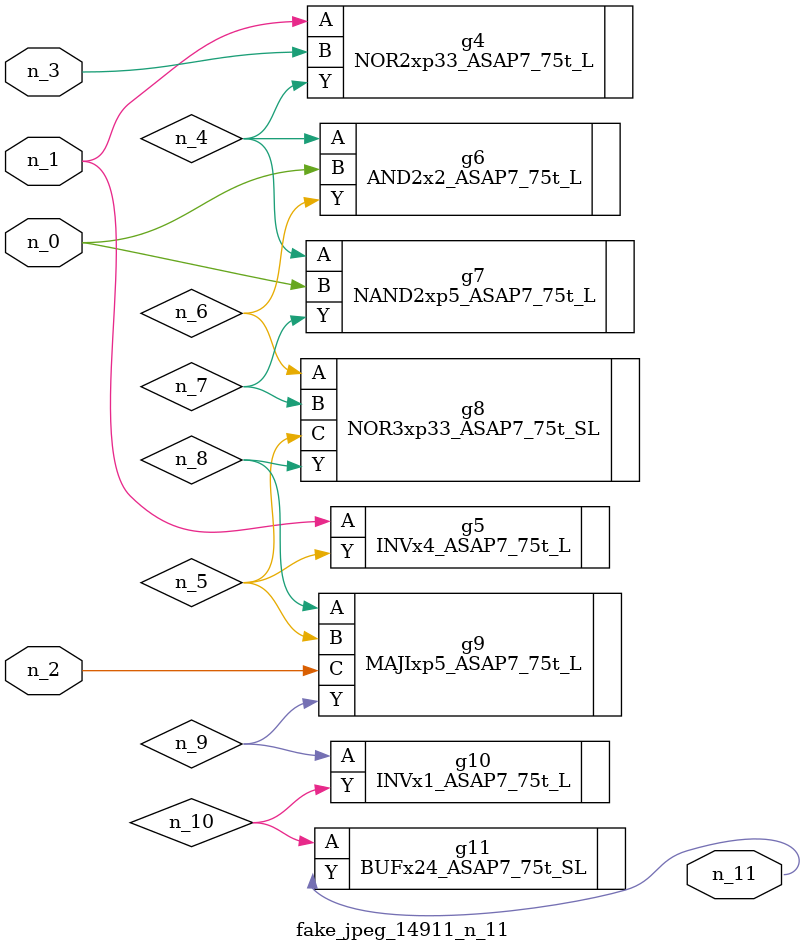
<source format=v>
module fake_jpeg_14911_n_11 (n_0, n_3, n_2, n_1, n_11);

input n_0;
input n_3;
input n_2;
input n_1;

output n_11;

wire n_10;
wire n_4;
wire n_8;
wire n_9;
wire n_6;
wire n_5;
wire n_7;

NOR2xp33_ASAP7_75t_L g4 ( 
.A(n_1),
.B(n_3),
.Y(n_4)
);

INVx4_ASAP7_75t_L g5 ( 
.A(n_1),
.Y(n_5)
);

AND2x2_ASAP7_75t_L g6 ( 
.A(n_4),
.B(n_0),
.Y(n_6)
);

NOR3xp33_ASAP7_75t_SL g8 ( 
.A(n_6),
.B(n_7),
.C(n_5),
.Y(n_8)
);

NAND2xp5_ASAP7_75t_L g7 ( 
.A(n_4),
.B(n_0),
.Y(n_7)
);

MAJIxp5_ASAP7_75t_L g9 ( 
.A(n_8),
.B(n_5),
.C(n_2),
.Y(n_9)
);

INVx1_ASAP7_75t_L g10 ( 
.A(n_9),
.Y(n_10)
);

BUFx24_ASAP7_75t_SL g11 ( 
.A(n_10),
.Y(n_11)
);


endmodule
</source>
